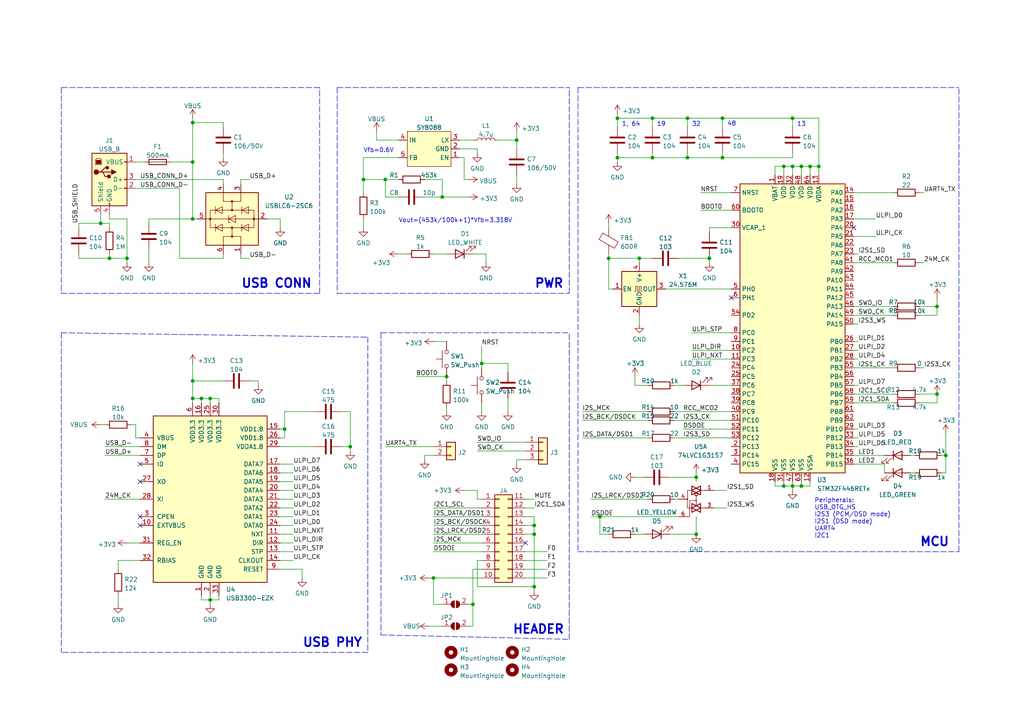
<source format=kicad_sch>
(kicad_sch (version 20211123) (generator eeschema)
  (paper "A4")
  (title_block (title "STM32 UAC2 Audio Bridge") (date "2023-09-09"))
  (junction (at 173.99 149.86))
  (junction (at 229.87 34.29))
  (junction (at 185.42 74.93))
  (junction (at 128.27 57.15))
  (junction (at 229.87 140.97))
  (junction (at 227.33 48.26))
  (junction (at 189.23 34.29))
  (junction (at 176.53 74.93))
  (junction (at 227.33 140.97))
  (junction (at 271.78 88.9))
  (junction (at 55.88 115.57))
  (junction (at 154.94 170.18))
  (junction (at 229.87 48.26))
  (junction (at 209.55 34.29))
  (junction (at 60.96 115.57))
  (junction (at 274.32 132.08))
  (junction (at 232.41 48.26))
  (junction (at 189.23 45.72))
  (junction (at 149.86 40.64))
  (junction (at 271.78 114.3))
  (junction (at 232.41 140.97))
  (junction (at 179.07 34.29))
  (junction (at 111.76 52.07))
  (junction (at 55.88 63.5))
  (junction (at 101.6 129.54))
  (junction (at 237.49 48.26))
  (junction (at 82.55 124.46))
  (junction (at 129.54 109.22))
  (junction (at 105.41 52.07))
  (junction (at 55.88 110.49))
  (junction (at 154.94 154.94))
  (junction (at 29.21 64.77))
  (junction (at 154.94 152.4))
  (junction (at 234.95 48.26))
  (junction (at 55.88 46.99))
  (junction (at 179.07 45.72))
  (junction (at 55.88 35.56))
  (junction (at 137.16 175.26))
  (junction (at 205.74 74.93))
  (junction (at 199.39 45.72))
  (junction (at 199.39 34.29))
  (junction (at 201.93 154.94))
  (junction (at 125.73 167.64))
  (junction (at 31.75 74.93))
  (junction (at 58.42 115.57))
  (junction (at 201.93 138.43))
  (junction (at 209.55 45.72))
  (junction (at 36.83 74.93))
  (junction (at 60.96 173.99))
  (junction (at 139.7 105.41))
  (no_connect (at 40.64 139.7))
  (no_connect (at 40.64 134.62))
  (no_connect (at 152.4 157.48))
  (no_connect (at 247.65 66.04))
  (no_connect (at 212.09 86.36))
  (no_connect (at 40.64 149.86))
  (no_connect (at 40.64 152.4))
  (wire (pts (xy 101.6 119.38) (xy 99.06 119.38)))
  (polyline (pts (xy 165.1 85.09) (xy 165.1 25.4)))
  (wire (pts (xy 139.7 162.56) (xy 138.43 162.56)))
  (wire (pts (xy 168.91 127) (xy 187.96 127)))
  (wire (pts (xy 128.27 57.15) (xy 135.89 57.15)))
  (wire (pts (xy 30.48 132.08) (xy 40.64 132.08)))
  (wire (pts (xy 81.28 162.56) (xy 85.09 162.56)))
  (wire (pts (xy 55.88 34.29) (xy 55.88 35.56)))
  (wire (pts (xy 199.39 45.72) (xy 189.23 45.72)))
  (wire (pts (xy 179.07 34.29) (xy 189.23 34.29)))
  (wire (pts (xy 179.07 36.83) (xy 179.07 34.29)))
  (wire (pts (xy 38.1 123.19) (xy 39.37 123.19)))
  (wire (pts (xy 247.65 116.84) (xy 259.08 116.84)))
  (wire (pts (xy 40.64 162.56) (xy 34.29 162.56)))
  (wire (pts (xy 195.58 111.76) (xy 198.12 111.76)))
  (wire (pts (xy 123.19 52.07) (xy 128.27 52.07)))
  (wire (pts (xy 271.78 86.36) (xy 271.78 88.9)))
  (wire (pts (xy 247.65 55.88) (xy 259.08 55.88)))
  (wire (pts (xy 195.58 144.78) (xy 196.85 144.78)))
  (wire (pts (xy 125.73 99.06) (xy 129.54 99.06)))
  (wire (pts (xy 247.65 68.58) (xy 254 68.58)))
  (wire (pts (xy 139.7 105.41) (xy 139.7 106.68)))
  (wire (pts (xy 232.41 140.97) (xy 234.95 140.97)))
  (wire (pts (xy 123.19 132.08) (xy 125.73 132.08)))
  (wire (pts (xy 39.37 127) (xy 40.64 127)))
  (wire (pts (xy 85.09 147.32) (xy 81.28 147.32)))
  (wire (pts (xy 125.73 167.64) (xy 139.7 167.64)))
  (wire (pts (xy 168.91 119.38) (xy 187.96 119.38)))
  (wire (pts (xy 152.4 144.78) (xy 154.94 144.78)))
  (wire (pts (xy 227.33 48.26) (xy 229.87 48.26)))
  (wire (pts (xy 158.75 167.64) (xy 152.4 167.64)))
  (wire (pts (xy 227.33 140.97) (xy 229.87 140.97)))
  (wire (pts (xy 179.07 45.72) (xy 179.07 46.99)))
  (wire (pts (xy 193.04 83.82) (xy 212.09 83.82)))
  (wire (pts (xy 205.74 67.31) (xy 205.74 66.04)))
  (wire (pts (xy 147.32 107.95) (xy 147.32 105.41)))
  (wire (pts (xy 152.4 152.4) (xy 154.94 152.4)))
  (wire (pts (xy 149.86 38.1) (xy 149.86 40.64)))
  (wire (pts (xy 199.39 44.45) (xy 199.39 45.72)))
  (wire (pts (xy 264.16 137.16) (xy 265.43 137.16)))
  (wire (pts (xy 200.66 96.52) (xy 212.09 96.52)))
  (wire (pts (xy 34.29 162.56) (xy 34.29 165.1)))
  (wire (pts (xy 91.44 119.38) (xy 82.55 119.38)))
  (wire (pts (xy 52.07 54.61) (xy 52.07 74.93)))
  (polyline (pts (xy 165.1 185.42) (xy 165.1 96.52)))
  (wire (pts (xy 247.65 124.46) (xy 248.92 124.46)))
  (wire (pts (xy 133.35 40.64) (xy 137.16 40.64)))
  (wire (pts (xy 36.83 157.48) (xy 40.64 157.48)))
  (wire (pts (xy 137.16 181.61) (xy 137.16 175.26)))
  (wire (pts (xy 247.65 134.62) (xy 256.54 134.62)))
  (wire (pts (xy 149.86 40.64) (xy 144.78 40.64)))
  (wire (pts (xy 185.42 74.93) (xy 185.42 76.2)))
  (wire (pts (xy 31.75 66.04) (xy 31.75 64.77)))
  (polyline (pts (xy 92.71 85.09) (xy 92.71 25.4)))
  (wire (pts (xy 128.27 175.26) (xy 125.73 175.26)))
  (wire (pts (xy 266.7 116.84) (xy 271.78 116.84)))
  (wire (pts (xy 176.53 154.94) (xy 173.99 154.94)))
  (wire (pts (xy 227.33 48.26) (xy 227.33 50.8)))
  (wire (pts (xy 22.86 66.04) (xy 22.86 64.77)))
  (wire (pts (xy 138.43 142.24) (xy 134.62 142.24)))
  (wire (pts (xy 264.16 132.08) (xy 265.43 132.08)))
  (wire (pts (xy 247.65 93.98) (xy 248.92 93.98)))
  (wire (pts (xy 234.95 48.26) (xy 234.95 50.8)))
  (wire (pts (xy 63.5 115.57) (xy 63.5 116.84)))
  (wire (pts (xy 176.53 64.77) (xy 176.53 66.04)))
  (wire (pts (xy 247.65 114.3) (xy 259.08 114.3)))
  (wire (pts (xy 55.88 105.41) (xy 55.88 110.49)))
  (wire (pts (xy 138.43 44.45) (xy 138.43 43.18)))
  (wire (pts (xy 64.77 74.93) (xy 64.77 73.66)))
  (wire (pts (xy 237.49 48.26) (xy 237.49 50.8)))
  (wire (pts (xy 69.85 52.07) (xy 72.39 52.07)))
  (wire (pts (xy 185.42 91.44) (xy 185.42 93.98)))
  (wire (pts (xy 247.65 104.14) (xy 248.92 104.14)))
  (wire (pts (xy 138.43 144.78) (xy 138.43 142.24)))
  (polyline (pts (xy 110.49 96.52) (xy 110.49 184.15)))
  (wire (pts (xy 43.18 64.77) (xy 43.18 63.5)))
  (wire (pts (xy 135.89 175.26) (xy 137.16 175.26)))
  (wire (pts (xy 39.37 54.61) (xy 52.07 54.61)))
  (wire (pts (xy 247.65 76.2) (xy 259.08 76.2)))
  (wire (pts (xy 69.85 53.34) (xy 69.85 52.07)))
  (wire (pts (xy 64.77 36.83) (xy 64.77 35.56)))
  (wire (pts (xy 229.87 48.26) (xy 229.87 50.8)))
  (wire (pts (xy 273.05 137.16) (xy 274.32 137.16)))
  (wire (pts (xy 60.96 172.72) (xy 60.96 173.99)))
  (wire (pts (xy 266.7 88.9) (xy 271.78 88.9)))
  (wire (pts (xy 149.86 134.62) (xy 149.86 133.35)))
  (wire (pts (xy 125.73 157.48) (xy 139.7 157.48)))
  (wire (pts (xy 224.79 48.26) (xy 227.33 48.26)))
  (wire (pts (xy 55.88 116.84) (xy 55.88 115.57)))
  (polyline (pts (xy 167.64 25.4) (xy 278.13 25.4)))
  (wire (pts (xy 189.23 34.29) (xy 189.23 36.83)))
  (wire (pts (xy 199.39 34.29) (xy 209.55 34.29)))
  (wire (pts (xy 168.91 121.92) (xy 187.96 121.92)))
  (wire (pts (xy 229.87 34.29) (xy 229.87 36.83)))
  (wire (pts (xy 105.41 52.07) (xy 105.41 55.88)))
  (wire (pts (xy 158.75 160.02) (xy 152.4 160.02)))
  (wire (pts (xy 158.75 165.1) (xy 152.4 165.1)))
  (wire (pts (xy 177.8 83.82) (xy 176.53 83.82)))
  (wire (pts (xy 85.09 142.24) (xy 81.28 142.24)))
  (wire (pts (xy 194.31 138.43) (xy 201.93 138.43)))
  (wire (pts (xy 60.96 115.57) (xy 60.96 116.84)))
  (wire (pts (xy 201.93 137.16) (xy 201.93 138.43)))
  (wire (pts (xy 55.88 110.49) (xy 64.77 110.49)))
  (wire (pts (xy 247.65 106.68) (xy 259.08 106.68)))
  (wire (pts (xy 247.65 111.76) (xy 248.92 111.76)))
  (wire (pts (xy 247.65 73.66) (xy 248.92 73.66)))
  (wire (pts (xy 198.12 124.46) (xy 212.09 124.46)))
  (wire (pts (xy 229.87 140.97) (xy 229.87 142.24)))
  (wire (pts (xy 31.75 73.66) (xy 31.75 74.93)))
  (wire (pts (xy 140.97 73.66) (xy 137.16 73.66)))
  (wire (pts (xy 266.7 76.2) (xy 267.97 76.2)))
  (polyline (pts (xy 110.49 184.15) (xy 165.1 185.42)))
  (wire (pts (xy 184.15 111.76) (xy 187.96 111.76)))
  (wire (pts (xy 36.83 63.5) (xy 36.83 74.93)))
  (wire (pts (xy 224.79 50.8) (xy 224.79 48.26)))
  (wire (pts (xy 81.28 165.1) (xy 87.63 165.1)))
  (wire (pts (xy 203.2 60.96) (xy 212.09 60.96)))
  (wire (pts (xy 125.73 167.64) (xy 124.46 167.64)))
  (wire (pts (xy 232.41 139.7) (xy 232.41 140.97)))
  (wire (pts (xy 55.88 63.5) (xy 55.88 46.99)))
  (polyline (pts (xy 167.64 25.4) (xy 167.64 160.02)))
  (polyline (pts (xy 106.68 189.23) (xy 17.78 189.23)))
  (wire (pts (xy 109.22 38.1) (xy 109.22 40.64)))
  (wire (pts (xy 125.73 160.02) (xy 139.7 160.02)))
  (wire (pts (xy 138.43 43.18) (xy 133.35 43.18)))
  (polyline (pts (xy 110.49 96.52) (xy 165.1 96.52)))
  (wire (pts (xy 138.43 170.18) (xy 154.94 170.18)))
  (wire (pts (xy 55.88 46.99) (xy 49.53 46.99)))
  (wire (pts (xy 237.49 34.29) (xy 237.49 48.26)))
  (wire (pts (xy 31.75 63.5) (xy 36.83 63.5)))
  (wire (pts (xy 115.57 73.66) (xy 118.11 73.66)))
  (wire (pts (xy 234.95 140.97) (xy 234.95 139.7)))
  (wire (pts (xy 85.09 137.16) (xy 81.28 137.16)))
  (wire (pts (xy 87.63 167.64) (xy 87.63 165.1)))
  (wire (pts (xy 111.76 129.54) (xy 125.73 129.54)))
  (wire (pts (xy 81.28 160.02) (xy 85.09 160.02)))
  (wire (pts (xy 200.66 101.6) (xy 212.09 101.6)))
  (wire (pts (xy 60.96 115.57) (xy 63.5 115.57)))
  (wire (pts (xy 266.7 106.68) (xy 267.97 106.68)))
  (wire (pts (xy 105.41 52.07) (xy 111.76 52.07)))
  (wire (pts (xy 147.32 105.41) (xy 139.7 105.41)))
  (wire (pts (xy 203.2 55.88) (xy 212.09 55.88)))
  (wire (pts (xy 69.85 73.66) (xy 69.85 74.93)))
  (wire (pts (xy 179.07 33.02) (xy 179.07 34.29)))
  (wire (pts (xy 229.87 48.26) (xy 232.41 48.26)))
  (wire (pts (xy 30.48 144.78) (xy 40.64 144.78)))
  (wire (pts (xy 266.7 114.3) (xy 271.78 114.3)))
  (wire (pts (xy 179.07 45.72) (xy 179.07 44.45)))
  (wire (pts (xy 234.95 48.26) (xy 237.49 48.26)))
  (wire (pts (xy 200.66 104.14) (xy 212.09 104.14)))
  (wire (pts (xy 274.32 125.73) (xy 274.32 132.08)))
  (wire (pts (xy 201.93 138.43) (xy 201.93 139.7)))
  (wire (pts (xy 205.74 66.04) (xy 212.09 66.04)))
  (wire (pts (xy 125.73 147.32) (xy 139.7 147.32)))
  (wire (pts (xy 105.41 45.72) (xy 105.41 52.07)))
  (wire (pts (xy 55.88 110.49) (xy 55.88 115.57)))
  (wire (pts (xy 266.7 55.88) (xy 267.97 55.88)))
  (polyline (pts (xy 106.68 97.79) (xy 106.68 189.23)))
  (wire (pts (xy 205.74 111.76) (xy 212.09 111.76)))
  (wire (pts (xy 171.45 149.86) (xy 173.99 149.86)))
  (wire (pts (xy 229.87 44.45) (xy 229.87 45.72)))
  (wire (pts (xy 129.54 118.11) (xy 129.54 119.38)))
  (wire (pts (xy 134.62 45.72) (xy 133.35 45.72)))
  (wire (pts (xy 22.86 73.66) (xy 22.86 74.93)))
  (wire (pts (xy 227.33 139.7) (xy 227.33 140.97)))
  (wire (pts (xy 189.23 34.29) (xy 199.39 34.29)))
  (wire (pts (xy 81.28 152.4) (xy 85.09 152.4)))
  (wire (pts (xy 34.29 172.72) (xy 34.29 175.26)))
  (wire (pts (xy 207.01 147.32) (xy 210.82 147.32)))
  (wire (pts (xy 152.4 149.86) (xy 154.94 149.86)))
  (wire (pts (xy 232.41 48.26) (xy 234.95 48.26)))
  (wire (pts (xy 194.31 154.94) (xy 201.93 154.94)))
  (wire (pts (xy 139.7 116.84) (xy 139.7 119.38)))
  (wire (pts (xy 247.65 129.54) (xy 248.92 129.54)))
  (wire (pts (xy 81.28 127) (xy 82.55 127)))
  (wire (pts (xy 135.89 181.61) (xy 137.16 181.61)))
  (polyline (pts (xy 17.78 25.4) (xy 17.78 85.09)))
  (wire (pts (xy 99.06 129.54) (xy 101.6 129.54)))
  (polyline (pts (xy 97.79 85.09) (xy 165.1 85.09)))
  (wire (pts (xy 207.01 142.24) (xy 210.82 142.24)))
  (wire (pts (xy 22.86 74.93) (xy 31.75 74.93)))
  (wire (pts (xy 39.37 52.07) (xy 64.77 52.07)))
  (wire (pts (xy 82.55 119.38) (xy 82.55 124.46)))
  (polyline (pts (xy 97.79 25.4) (xy 165.1 25.4)))
  (wire (pts (xy 196.85 74.93) (xy 205.74 74.93)))
  (wire (pts (xy 147.32 115.57) (xy 147.32 119.38)))
  (wire (pts (xy 115.57 45.72) (xy 105.41 45.72)))
  (wire (pts (xy 247.65 99.06) (xy 248.92 99.06)))
  (wire (pts (xy 43.18 72.39) (xy 43.18 76.2)))
  (polyline (pts (xy 17.78 96.52) (xy 17.78 189.23)))
  (wire (pts (xy 140.97 76.2) (xy 140.97 73.66)))
  (wire (pts (xy 134.62 52.07) (xy 134.62 45.72)))
  (wire (pts (xy 29.21 123.19) (xy 30.48 123.19)))
  (wire (pts (xy 111.76 57.15) (xy 111.76 52.07)))
  (wire (pts (xy 115.57 57.15) (xy 111.76 57.15)))
  (wire (pts (xy 176.53 83.82) (xy 176.53 74.93)))
  (wire (pts (xy 173.99 149.86) (xy 196.85 149.86)))
  (wire (pts (xy 60.96 173.99) (xy 63.5 173.99)))
  (wire (pts (xy 232.41 48.26) (xy 232.41 50.8)))
  (wire (pts (xy 81.28 63.5) (xy 77.47 63.5)))
  (wire (pts (xy 125.73 175.26) (xy 125.73 167.64)))
  (wire (pts (xy 209.55 44.45) (xy 209.55 45.72)))
  (wire (pts (xy 201.93 149.86) (xy 201.93 154.94)))
  (wire (pts (xy 195.58 127) (xy 212.09 127)))
  (wire (pts (xy 22.86 64.77) (xy 29.21 64.77)))
  (polyline (pts (xy 167.64 160.02) (xy 278.13 160.02)))
  (wire (pts (xy 81.28 157.48) (xy 85.09 157.48)))
  (wire (pts (xy 224.79 139.7) (xy 224.79 140.97)))
  (wire (pts (xy 105.41 63.5) (xy 105.41 66.04)))
  (wire (pts (xy 229.87 139.7) (xy 229.87 140.97)))
  (wire (pts (xy 39.37 46.99) (xy 41.91 46.99)))
  (wire (pts (xy 152.4 154.94) (xy 154.94 154.94)))
  (wire (pts (xy 74.93 111.76) (xy 74.93 110.49)))
  (wire (pts (xy 64.77 52.07) (xy 64.77 53.34)))
  (wire (pts (xy 129.54 109.22) (xy 129.54 110.49)))
  (wire (pts (xy 158.75 162.56) (xy 152.4 162.56)))
  (wire (pts (xy 149.86 50.8) (xy 149.86 53.34)))
  (wire (pts (xy 137.16 165.1) (xy 137.16 175.26)))
  (wire (pts (xy 209.55 34.29) (xy 229.87 34.29)))
  (wire (pts (xy 138.43 144.78) (xy 139.7 144.78)))
  (wire (pts (xy 128.27 181.61) (xy 124.46 181.61)))
  (wire (pts (xy 154.94 171.45) (xy 154.94 170.18)))
  (wire (pts (xy 195.58 121.92) (xy 212.09 121.92)))
  (wire (pts (xy 60.96 173.99) (xy 60.96 175.26)))
  (wire (pts (xy 31.75 62.23) (xy 31.75 63.5)))
  (wire (pts (xy 31.75 74.93) (xy 36.83 74.93)))
  (wire (pts (xy 125.73 149.86) (xy 139.7 149.86)))
  (wire (pts (xy 109.22 40.64) (xy 115.57 40.64)))
  (wire (pts (xy 176.53 73.66) (xy 176.53 74.93)))
  (wire (pts (xy 189.23 45.72) (xy 179.07 45.72)))
  (wire (pts (xy 138.43 130.81) (xy 152.4 130.81)))
  (wire (pts (xy 81.28 66.04) (xy 81.28 63.5)))
  (wire (pts (xy 154.94 149.86) (xy 154.94 152.4)))
  (wire (pts (xy 184.15 154.94) (xy 186.69 154.94)))
  (wire (pts (xy 111.76 52.07) (xy 115.57 52.07)))
  (wire (pts (xy 57.15 63.5) (xy 55.88 63.5)))
  (wire (pts (xy 171.45 144.78) (xy 187.96 144.78)))
  (wire (pts (xy 189.23 44.45) (xy 189.23 45.72)))
  (wire (pts (xy 271.78 114.3) (xy 271.78 116.84)))
  (wire (pts (xy 209.55 34.29) (xy 209.55 36.83)))
  (wire (pts (xy 247.65 132.08) (xy 256.54 132.08)))
  (wire (pts (xy 149.86 43.18) (xy 149.86 40.64)))
  (wire (pts (xy 176.53 74.93) (xy 185.42 74.93)))
  (wire (pts (xy 247.65 127) (xy 248.92 127)))
  (wire (pts (xy 58.42 172.72) (xy 58.42 173.99)))
  (wire (pts (xy 274.32 137.16) (xy 274.32 132.08)))
  (wire (pts (xy 36.83 74.93) (xy 36.83 76.2)))
  (wire (pts (xy 30.48 129.54) (xy 40.64 129.54)))
  (wire (pts (xy 81.28 129.54) (xy 91.44 129.54)))
  (wire (pts (xy 125.73 73.66) (xy 129.54 73.66)))
  (wire (pts (xy 138.43 162.56) (xy 138.43 170.18)))
  (wire (pts (xy 271.78 91.44) (xy 266.7 91.44)))
  (wire (pts (xy 247.65 88.9) (xy 259.08 88.9)))
  (polyline (pts (xy 97.79 25.4) (xy 97.79 85.09)))
  (wire (pts (xy 152.4 147.32) (xy 154.94 147.32)))
  (wire (pts (xy 209.55 45.72) (xy 229.87 45.72)))
  (wire (pts (xy 125.73 154.94) (xy 139.7 154.94)))
  (wire (pts (xy 224.79 140.97) (xy 227.33 140.97)))
  (wire (pts (xy 29.21 64.77) (xy 31.75 64.77)))
  (wire (pts (xy 229.87 140.97) (xy 232.41 140.97)))
  (wire (pts (xy 85.09 134.62) (xy 81.28 134.62)))
  (wire (pts (xy 120.65 109.22) (xy 129.54 109.22)))
  (wire (pts (xy 82.55 127) (xy 82.55 124.46)))
  (wire (pts (xy 125.73 152.4) (xy 139.7 152.4)))
  (wire (pts (xy 199.39 34.29) (xy 199.39 36.83)))
  (wire (pts (xy 55.88 35.56) (xy 55.88 46.99)))
  (wire (pts (xy 58.42 115.57) (xy 58.42 116.84)))
  (wire (pts (xy 128.27 52.07) (xy 128.27 57.15)))
  (wire (pts (xy 256.54 137.16) (xy 256.54 134.62)))
  (wire (pts (xy 69.85 74.93) (xy 72.39 74.93)))
  (wire (pts (xy 63.5 173.99) (xy 63.5 172.72)))
  (wire (pts (xy 173.99 154.94) (xy 173.99 149.86)))
  (wire (pts (xy 185.42 74.93) (xy 189.23 74.93)))
  (polyline (pts (xy 92.71 25.4) (xy 17.78 25.4)))
  (wire (pts (xy 85.09 149.86) (xy 81.28 149.86)))
  (wire (pts (xy 43.18 63.5) (xy 55.88 63.5)))
  (wire (pts (xy 139.7 100.33) (xy 139.7 105.41)))
  (wire (pts (xy 205.74 74.93) (xy 205.74 76.2)))
  (wire (pts (xy 52.07 74.93) (xy 64.77 74.93)))
  (wire (pts (xy 271.78 88.9) (xy 271.78 91.44)))
  (wire (pts (xy 101.6 129.54) (xy 101.6 119.38)))
  (wire (pts (xy 72.39 110.49) (xy 74.93 110.49)))
  (wire (pts (xy 123.19 57.15) (xy 128.27 57.15)))
  (wire (pts (xy 138.43 128.27) (xy 152.4 128.27)))
  (wire (pts (xy 123.19 133.35) (xy 123.19 132.08)))
  (wire (pts (xy 229.87 34.29) (xy 237.49 34.29)))
  (wire (pts (xy 55.88 35.56) (xy 64.77 35.56)))
  (wire (pts (xy 209.55 45.72) (xy 199.39 45.72)))
  (wire (pts (xy 154.94 154.94) (xy 154.94 170.18)))
  (wire (pts (xy 29.21 64.77) (xy 29.21 62.23)))
  (wire (pts (xy 247.65 91.44) (xy 259.08 91.44)))
  (wire (pts (xy 195.58 119.38) (xy 212.09 119.38)))
  (wire (pts (xy 85.09 144.78) (xy 81.28 144.78)))
  (wire (pts (xy 39.37 123.19) (xy 39.37 127)))
  (wire (pts (xy 247.65 101.6) (xy 248.92 101.6)))
  (wire (pts (xy 184.15 138.43) (xy 186.69 138.43)))
  (wire (pts (xy 273.05 132.08) (xy 274.32 132.08)))
  (wire (pts (xy 58.42 173.99) (xy 60.96 173.99)))
  (wire (pts (xy 85.09 139.7) (xy 81.28 139.7)))
  (wire (pts (xy 149.86 133.35) (xy 152.4 133.35)))
  (wire (pts (xy 82.55 124.46) (xy 81.28 124.46)))
  (wire (pts (xy 135.89 52.07) (xy 134.62 52.07)))
  (wire (pts (xy 137.16 165.1) (xy 139.7 165.1)))
  (wire (pts (xy 58.42 115.57) (xy 60.96 115.57)))
  (wire (pts (xy 81.28 154.94) (xy 85.09 154.94)))
  (wire (pts (xy 184.15 109.22) (xy 184.15 111.76)))
  (polyline (pts (xy 278.13 160.02) (xy 278.13 25.4)))
  (wire (pts (xy 247.65 63.5) (xy 254 63.5)))
  (polyline (pts (xy 17.78 85.09) (xy 92.71 85.09)))
  (wire (pts (xy 101.6 130.81) (xy 101.6 129.54)))
  (polyline (pts (xy 17.78 96.52) (xy 106.68 97.79)))
  (wire (pts (xy 154.94 152.4) (xy 154.94 154.94)))
  (wire (pts (xy 64.77 44.45) (xy 64.77 45.72)))
  (wire (pts (xy 55.88 115.57) (xy 58.42 115.57)))
  (text "MCU\n" (at 266.7 158.75 0) (effects (font (size 2.54 2.54) (thickness 0.508) bold) (justify left bottom)))
  (text "HEADER" (at 148.59 184.15 0) (effects (font (size 2.54 2.54) (thickness 0.508) bold) (justify left bottom)))
  (text "Vfb=0.6V" (at 105.41 44.45 0) (effects (font (size 1.27 1.27)) (justify left bottom)))
  (text "48" (at 210.9334 36.7482 0) (effects (font (size 1.27 1.27)) (justify left bottom)))
  (text "13" (at 231.14 36.83 0) (effects (font (size 1.27 1.27)) (justify left bottom)))
  (text "USB CONN" (at 69.85 83.82 0) (effects (font (size 2.54 2.54) (thickness 0.508) bold) (justify left bottom)))
  (text "Peripherals:\nUSB_OTG_HS\nI2S3 (PCM/DSD mode)\nI2S1 (DSD mode)\nUART4 \nI2C1\n" (at 236.22 156.21 0) (effects (font (size 1.27 1.27)) (justify left bottom)))
  (text "1, 64" (at 180.34 36.83 0) (effects (font (size 1.27 1.27)) (justify left bottom)))
  (text "19" (at 190.5 36.83 0) (effects (font (size 1.27 1.27)) (justify left bottom)))
  (text "PWR" (at 154.94 83.82 0) (effects (font (size 2.54 2.54) (thickness 0.508) bold) (justify left bottom)))
  (text "32" (at 200.66 36.83 0) (effects (font (size 1.27 1.27)) (justify left bottom)))
  (text "Vout=(453k/100k+1)*Vfb=3.318V" (at 115.57 64.77 0) (effects (font (size 1.27 1.27)) (justify left bottom)))
  (text "USB PHY\n" (at 87.63 187.96 0) (effects (font (size 2.54 2.54) (thickness 0.508) bold) (justify left bottom)))
  (label "I2S1_SD" (at 210.82 142.24 0))
  (label "ULPI_D6" (at 248.92 129.54 0))
  (label "DSDOE" (at 171.45 149.86 0))
  (label "I2S1_CK" (at 248.92 106.68 0))
  (label "I2S3_SD" (at 198.12 127 0))
  (label "USB_D-" (at 72.39 74.93 0))
  (label "I2S3_CK" (at 198.12 121.92 0))
  (label "RCC_MCO1" (at 248.92 76.2 0))
  (label "ULPI_DIR" (at 85.09 157.48 0))
  (label "SWD_CK" (at 138.43 130.81 0))
  (label "ULPI_D4" (at 248.92 104.14 0))
  (label "F3" (at 158.75 167.64 0))
  (label "MUTE" (at 154.94 144.78 0))
  (label "ULPI_STP" (at 85.09 160.02 0))
  (label "LED1" (at 248.92 132.08 0))
  (label "ULPI_D6" (at 85.09 137.16 0))
  (label "ULPI_NXT" (at 200.66 104.14 0))
  (label "ULPI_CK" (at 254 68.58 0))
  (label "RCC_MCO2" (at 198.12 119.38 0))
  (label "SWD_IO" (at 248.92 88.9 0))
  (label "ULPI_D7" (at 85.09 134.62 0))
  (label "NRST" (at 139.7 100.33 0))
  (label "ULPI_D3" (at 248.92 124.46 0))
  (label "I2C1_SCL" (at 248.92 114.3 0))
  (label "I2S3_CK" (at 267.97 106.68 0))
  (label "USB_CONN_D+" (at 40.64 52.07 0))
  (label "ULPI_D2" (at 85.09 147.32 0))
  (label "ULPI_CK" (at 85.09 162.56 0))
  (label "I2S3_WS" (at 210.82 147.32 0))
  (label "ULPI_D7" (at 248.92 111.76 0))
  (label "I2C1_SDA" (at 154.94 147.32 0))
  (label "USB_D+" (at 72.39 52.07 0))
  (label "F0" (at 158.75 160.02 0))
  (label "ULPI_D5" (at 248.92 127 0))
  (label "ULPI_D0" (at 85.09 152.4 0))
  (label "I2S3_WS" (at 248.92 93.98 0))
  (label "I2S_BCK{slash}DSDCK" (at 125.73 152.4 0))
  (label "I2S_MCK" (at 125.73 157.48 0))
  (label "UART4_TX" (at 111.76 129.54 0))
  (label "24M_CK" (at 30.48 144.78 0))
  (label "F2" (at 158.75 165.1 0))
  (label "ULPI_D5" (at 85.09 139.7 0))
  (label "ULPI_NXT" (at 85.09 154.94 0))
  (label "USB_D+" (at 30.48 132.08 0))
  (label "I2S_LRCK{slash}DSD2" (at 125.73 154.94 0))
  (label "I2S_BCK{slash}DSDCK" (at 168.91 121.92 0))
  (label "UART4_TX" (at 267.97 55.88 0))
  (label "ULPI_D1" (at 248.92 99.06 0))
  (label "ULPI_D2" (at 248.92 101.6 0))
  (label "ULPI_D1" (at 85.09 149.86 0))
  (label "24M_CK" (at 267.97 76.2 0))
  (label "F1" (at 158.75 162.56 0))
  (label "USB_SHIELD" (at 22.86 64.77 90))
  (label "I2C1_SCL" (at 125.73 147.32 0))
  (label "ULPI_D0" (at 254 63.5 0))
  (label "ULPI_DIR" (at 200.66 101.6 0))
  (label "USB_D-" (at 30.48 129.54 0))
  (label "BOOT0" (at 120.65 109.22 0))
  (label "I2S_LRCK{slash}DSD2" (at 171.45 144.78 0))
  (label "ULPI_STP" (at 200.66 96.52 0))
  (label "ULPI_D3" (at 85.09 144.78 0))
  (label "ULPI_D4" (at 85.09 142.24 0))
  (label "I2S_DATA{slash}DSD1" (at 125.73 149.86 0))
  (label "SWD_IO" (at 138.43 128.27 0))
  (label "DSDOE" (at 125.73 160.02 0))
  (label "BOOT0" (at 203.2 60.96 0))
  (label "I2S_MCK" (at 168.91 119.38 0))
  (label "I2S_DATA{slash}DSD1" (at 168.91 127 0))
  (label "I2S1_SD" (at 248.92 73.66 0))
  (label "SWD_CK" (at 248.92 91.44 0))
  (label "DSDOE" (at 198.12 124.46 0))
  (label "I2C1_SDA" (at 248.92 116.84 0))
  (label "USB_CONN_D-" (at 40.64 54.61 0))
  (label "NRST" (at 203.2 55.88 0))
  (label "LED2" (at 248.92 134.62 0))
  (symbol (lib_id "power:GND") (at 36.83 76.2 0) (unit 1)
    (property "Reference" "#PWR015" (effects hide))
    (property "Value" "GND" (at 36.83 80.6434 0))
  )
  (symbol (lib_id "Device:R") (at 262.89 91.44 270) (unit 1)
    (property "Reference" "R8" (at 259.08 90.17 90))
    (property "Value" "10k" (at 266.7 90.17 90))
    (property "Footprint" "Resistor_SMD:R_0603_1608Metric" (effects hide))
  )
  (symbol (lib_id "Device:R") (at 191.77 111.76 270) (unit 1)
    (property "Reference" "R10" (at 187.96 110.49 90))
    (property "Value" "1k" (at 195.58 110.49 90))
    (property "Footprint" "Resistor_SMD:R_0603_1608Metric" (effects hide))
  )
  (symbol (lib_id "power:GND") (at 129.54 119.38 0) (unit 1)
    (property "Reference" "#PWR026" (effects hide))
    (property "Value" "GND" (at 129.54 123.8234 0))
  )
  (symbol (lib_id "power:GND") (at 101.6 130.81 0) (unit 1)
    (property "Reference" "#PWR031" (effects hide))
    (property "Value" "GND" (at 101.6 135.2534 0))
  )
  (symbol (lib_id "Device:C") (at 147.32 111.76 0) (unit 1)
    (property "Reference" "C14" (at 150.241 110.9253 0) (effects (justify left)))
    (property "Value" "104" (at 150.241 113.4622 0) (effects (justify left)))
    (property "Footprint" "Capacitor_SMD:C_0603_1608Metric" (effects hide))
  )
  (symbol (lib_id "power:GND") (at 60.96 175.26 0) (unit 1)
    (property "Reference" "#PWR044" (effects hide))
    (property "Value" "GND" (at 60.96 179.7034 0))
  )
  (symbol (lib_id "Power_Protection:USBLC6-2SC6") (at 67.31 63.5 90) (unit 1)
    (property "Reference" "U2" (at 83.82 57.1531 90))
    (property "Value" "USBLC6-2SC6" (at 83.82 59.69 90))
    (property "Footprint" "Package_TO_SOT_SMD:SOT-23-6" (effects hide))
    (property "Datasheet" "https://www.st.com/resource/en/datasheet/usblc6-2.pdf" (effects hide))
  )
  (symbol (lib_id "power:GND") (at 139.7 119.38 0) (unit 1)
    (property "Reference" "#PWR027" (effects hide))
    (property "Value" "GND" (at 139.7 123.8234 0))
  )
  (symbol (lib_id "power:VBUS") (at 109.22 38.1 0) (unit 1)
    (property "Reference" "#PWR03" (effects hide))
    (property "Value" "VBUS" (at 109.22 34.5242 0))
  )
  (symbol (lib_id "Device:C") (at 64.77 40.64 0) (unit 1)
    (property "Reference" "C1" (at 67.691 39.8053 0) (effects (justify left)))
    (property "Value" "106/50V" (at 67.691 42.3422 0) (effects (justify left)))
    (property "Footprint" "Capacitor_SMD:C_1206_3216Metric" (effects hide))
  )
  (symbol (lib_id "power:GND") (at 184.15 138.43 270) (unit 1)
    (property "Reference" "#PWR035" (effects hide))
    (property "Value" "GND" (at 176.53 138.43 90) (effects (justify left)))
  )
  (symbol (lib_id "Jumper:SolderJumper_2_Open") (at 132.08 181.61 0) (unit 1)
    (property "Reference" "JP2" (at 129.54 179.07 0))
    (property "Value" "SolderJumper_2_Open" (effects hide))
    (property "Footprint" "Jumper:SolderJumper-2_P1.3mm_Open_TrianglePad1.0x1.5mm" (effects hide))
  )
  (symbol (lib_id "Connector_Generic:Conn_01x03") (at 157.48 130.81 0) (unit 1)
    (property "Reference" "J3" (at 159.512 131.2438 0) (effects (justify left)))
    (property "Value" "Conn_01x03" (effects hide))
    (property "Footprint" "Connector_PinHeader_2.54mm:PinHeader_1x03_P2.54mm_Vertical" (effects hide))
  )
  (symbol (lib_id "power:GND") (at 140.97 76.2 0) (unit 1)
    (property "Reference" "#PWR017" (effects hide))
    (property "Value" "GND" (at 140.97 80.6434 0))
  )
  (symbol (lib_id "power:GND") (at 154.94 171.45 0) (unit 1)
    (property "Reference" "#PWR042" (effects hide))
    (property "Value" "GND" (at 154.94 175.8934 0))
  )
  (symbol (lib_id "Mechanical:MountingHole") (at 148.59 189.23 0) (unit 1)
    (property "Reference" "H2" (at 151.13 188.3953 0) (effects (justify left)))
    (property "Value" "MountingHole" (at 151.13 190.9322 0) (effects (justify left)))
    (property "Footprint" "MountingHole:MountingHole_3.2mm_M3" (effects hide))
  )
  (symbol (lib_id "power:+3.3V") (at 134.62 142.24 90) (unit 1)
    (property "Reference" "#PWR036" (effects hide))
    (property "Value" "+3.3V" (at 125.73 142.24 90) (effects (justify right)))
  )
  (symbol (lib_id "Device:R") (at 262.89 88.9 270) (unit 1)
    (property "Reference" "R7" (at 259.08 87.63 90))
    (property "Value" "10k" (at 266.7 87.63 90))
    (property "Footprint" "Resistor_SMD:R_0603_1608Metric" (effects hide))
  )
  (symbol (lib_id "Device:C") (at 209.55 40.64 180) (unit 1)
    (property "Reference" "C5" (at 212.471 39.8053 0) (effects (justify right)))
    (property "Value" "104" (at 212.471 42.3422 0) (effects (justify right)))
    (property "Footprint" "Capacitor_SMD:C_0603_1608Metric" (effects hide))
  )
  (symbol (lib_id "Device:R") (at 34.29 123.19 90) (unit 1)
    (property "Reference" "R16" (at 34.29 118.4742 90))
    (property "Value" "10k" (at 34.29 121.0111 90))
    (property "Footprint" "Resistor_SMD:R_0603_1608Metric" (effects hide))
  )
  (symbol (lib_id "Mechanical:MountingHole") (at 130.81 194.31 0) (unit 1)
    (property "Reference" "H3" (at 133.35 193.4753 0) (effects (justify left)))
    (property "Value" "MountingHole" (at 133.35 196.0122 0) (effects (justify left)))
    (property "Footprint" "MountingHole:MountingHole_3.2mm_M3" (effects hide))
  )
  (symbol (lib_id "power:VBUS") (at 124.46 181.61 90) (unit 1)
    (property "Reference" "#PWR045" (effects hide))
    (property "Value" "VBUS" (at 116.84 181.61 90) (effects (justify right)))
  )
  (symbol (lib_id "power:VBUS") (at 135.89 52.07 270) (unit 1)
    (property "Reference" "#PWR08" (effects hide))
    (property "Value" "VBUS" (at 139.065 52.5038 90) (effects (justify left)))
  )
  (symbol (lib_id "Connector_Generic:Conn_02x10_Top_Bottom") (at 144.78 154.94 0) (unit 1)
    (property "Reference" "J4" (at 146.05 142.3472 0))
    (property "Value" "Conn_02x10_Top_Bottom" (effects hide))
    (property "Footprint" "Connector_PinHeader_2.54mm:PinHeader_2x10_P2.54mm_Vertical" (effects hide))
  )
  (symbol (lib_id "power:GND") (at 149.86 134.62 0) (unit 1)
    (property "Reference" "#PWR033" (effects hide))
    (property "Value" "GND" (at 149.86 139.0634 0))
  )
  (symbol (lib_id "Device:R") (at 129.54 114.3 180) (unit 1)
    (property "Reference" "R11" (at 131.318 113.4653 0) (effects (justify right)))
    (property "Value" "100k" (at 131.318 116.0022 0) (effects (justify right)))
    (property "Footprint" "Resistor_SMD:R_0603_1608Metric" (effects hide))
  )
  (symbol (lib_id "Device:C") (at 119.38 57.15 90) (unit 1)
    (property "Reference" "C8" (at 114.3 55.88 90))
    (property "Value" "10p" (at 124.46 55.88 90))
    (property "Footprint" "Capacitor_SMD:C_0603_1608Metric" (effects hide))
  )
  (symbol (lib_id "Connector_Generic:Conn_01x02") (at 130.81 129.54 0) (unit 1)
    (property "Reference" "J2" (at 132.842 131.2438 0) (effects (justify left)))
    (property "Value" "Conn_01x02" (effects hide))
    (property "Footprint" "Connector_PinHeader_2.54mm:PinHeader_1x02_P2.54mm_Vertical" (effects hide))
  )
  (symbol (lib_id "power:+3.3V") (at 36.83 157.48 90) (unit 1)
    (property "Reference" "#PWR039" (effects hide))
    (property "Value" "+3.3V" (at 33.655 157.9138 90) (effects (justify left)))
  )
  (symbol (lib_id "Device:C") (at 179.07 40.64 180) (unit 1)
    (property "Reference" "C2" (at 181.991 39.8053 0) (effects (justify right)))
    (property "Value" "104" (at 181.991 42.3422 0) (effects (justify right)))
    (property "Footprint" "Capacitor_SMD:C_0603_1608Metric" (effects hide))
  )
  (symbol (lib_id "Device:LED") (at 133.35 73.66 180) (unit 1)
    (property "Reference" "D1" (at 134.9375 67.8012 0))
    (property "Value" "LED_WHITE" (at 134.9375 70.3381 0))
    (property "Footprint" "LED_SMD:LED_0603_1608Metric" (effects hide))
  )
  (symbol (lib_id "power:+3.3V") (at 201.93 137.16 0) (unit 1)
    (property "Reference" "#PWR034" (effects hide))
    (property "Value" "+3.3V" (at 203.327 136.3238 0) (effects (justify left)))
  )
  (symbol (lib_id "Connector:USB_B") (at 31.75 52.07 0) (unit 1)
    (property "Reference" "J1" (at 31.75 40.7502 0))
    (property "Value" "USB_B" (at 31.75 43.2871 0))
    (property "Footprint" "Connector_USB:USB_B_Lumberg_2411_02_Horizontal" (effects hide))
    (property "Datasheet" " ~" (effects hide))
  )
  (symbol (lib_id "Device:R") (at 269.24 137.16 270) (unit 1)
    (property "Reference" "R19" (at 265.43 138.43 90))
    (property "Value" "1k" (at 273.05 138.43 90))
    (property "Footprint" "Resistor_SMD:R_0603_1608Metric" (effects hide))
  )
  (symbol (lib_id "Device:C") (at 149.86 46.99 0) (unit 1)
    (property "Reference" "C7" (at 152.781 46.1553 0) (effects (justify left)))
    (property "Value" "106/50V" (at 152.781 48.6922 0) (effects (justify left)))
    (property "Footprint" "Capacitor_SMD:C_1206_3216Metric" (effects hide))
  )
  (symbol (lib_id "power:GND") (at 123.19 133.35 0) (unit 1)
    (property "Reference" "#PWR032" (effects hide))
    (property "Value" "GND" (at 123.19 137.7934 0))
  )
  (symbol (lib_id "power:GND") (at 185.42 93.98 0) (unit 1)
    (property "Reference" "#PWR020" (effects hide))
    (property "Value" "GND" (at 185.42 98.4234 0))
  )
  (symbol (lib_id "Device:C") (at 95.25 129.54 270) (unit 1)
    (property "Reference" "C16" (at 95.25 123.6812 90))
    (property "Value" "475" (at 95.25 126.2181 90))
    (property "Footprint" "Capacitor_SMD:C_0603_1608Metric" (effects hide))
  )
  (symbol (lib_id "power:GND") (at 87.63 167.64 0) (unit 1)
    (property "Reference" "#PWR040" (effects hide))
    (property "Value" "GND" (at 87.63 172.0834 0))
  )
  (symbol (lib_id "Power_Management:SY8088") (at 130.81 50.8 180) (unit 1)
    (property "Reference" "U1" (at 124.46 34.451 0))
    (property "Value" "SY8088" (at 124.46 36.9879 0))
    (property "Footprint" "Package_TO_SOT_SMD:SOT-23-5" (effects hide))
  )
  (symbol (lib_id "power:+3.3V") (at 149.86 38.1 0) (unit 1)
    (property "Reference" "#PWR04" (effects hide))
    (property "Value" "+3.3V" (at 151.257 37.2638 0) (effects (justify left)))
  )
  (symbol (lib_id "power:VBUS") (at 55.88 34.29 0) (unit 1)
    (property "Reference" "#PWR02" (effects hide))
    (property "Value" "VBUS" (at 55.88 30.7142 0))
  )
  (symbol (lib_id "power:+3.3V") (at 176.53 64.77 0) (unit 1)
    (property "Reference" "#PWR011" (effects hide))
    (property "Value" "+3.3V" (at 177.927 63.9338 0) (effects (justify left)))
  )
  (symbol (lib_id "Device:LED") (at 201.93 111.76 180) (unit 1)
    (property "Reference" "D2" (at 201.93 107.9469 0))
    (property "Value" "LED_BLUE" (at 201.93 105.41 0))
    (property "Footprint" "LED_SMD:LED_0603_1608Metric" (effects hide))
  )
  (symbol (lib_id "Switch:SW_Push") (at 129.54 104.14 90) (unit 1)
    (property "Reference" "SW1" (at 130.683 103.3053 90) (effects (justify right)))
    (property "Value" "SW_Push" (at 130.683 105.8422 90) (effects (justify right)))
    (property "Footprint" "Button_Switch_SMD:SW_Push_SPST_NO_Alps_SKRK" (effects hide))
  )
  (symbol (lib_id "power:+3.3V") (at 179.07 33.02 0) (unit 1)
    (property "Reference" "#PWR01" (effects hide))
    (property "Value" "+3.3V" (at 180.467 32.1838 0) (effects (justify left)))
  )
  (symbol (lib_id "power:GND") (at 149.86 53.34 0) (unit 1)
    (property "Reference" "#PWR09" (effects hide))
    (property "Value" "GND" (at 149.86 57.7834 0))
  )
  (symbol (lib_id "Device:L") (at 140.97 40.64 90) (unit 1)
    (property "Reference" "L1" (at 140.97 36.4322 90))
    (property "Value" "4.7u" (at 140.97 38.9691 90))
    (property "Footprint" "Inductor_SMD:L_Bourns-SRN4018" (effects hide))
  )
  (symbol (lib_id "power:GND") (at 205.74 76.2 0) (unit 1)
    (property "Reference" "#PWR018" (effects hide))
    (property "Value" "GND" (at 205.74 80.6434 0))
  )
  (symbol (lib_id "power:+3.3V") (at 271.78 86.36 0) (unit 1)
    (property "Reference" "#PWR019" (effects hide))
    (property "Value" "+3.3V" (at 269.24 82.55 0) (effects (justify left)))
  )
  (symbol (lib_id "power:GND") (at 74.93 111.76 0) (unit 1)
    (property "Reference" "#PWR024" (effects hide))
    (property "Value" "GND" (at 74.93 116.2034 0))
  )
  (symbol (lib_id "Device:LED") (at 190.5 154.94 180) (unit 1)
    (property "Reference" "D5" (at 190.5 151.1269 0))
    (property "Value" "LED_YELLOW" (at 190.5 148.59 0))
    (property "Footprint" "LED_SMD:LED_0603_1608Metric" (effects hide))
  )
  (symbol (lib_id "Device:R") (at 180.34 154.94 270) (unit 1)
    (property "Reference" "R21" (at 176.53 153.67 90))
    (property "Value" "1k" (at 184.15 153.67 90))
    (property "Footprint" "Resistor_SMD:R_0603_1608Metric" (effects hide))
  )
  (symbol (lib_id "Interface_USB:USB3300-EZK") (at 60.96 144.78 0) (unit 1)
    (property "Reference" "U4" (at 65.5194 170.9404 0) (effects (justify left)))
    (property "Value" "USB3300-EZK" (at 65.5194 173.4773 0) (effects (justify left)))
    (property "Footprint" "Package_DFN_QFN:QFN-32-1EP_5x5mm_P0.5mm_EP3.45x3.45mm" (effects hide))
    (property "Datasheet" "http://ww1.microchip.com/downloads/en/DeviceDoc/00001783C.pdf" (effects hide))
  )
  (symbol (lib_id "power:GND") (at 34.29 175.26 0) (unit 1)
    (property "Reference" "#PWR043" (effects hide))
    (property "Value" "GND" (at 34.29 179.7034 0))
  )
  (symbol (lib_id "Device:R") (at 262.89 55.88 90) (unit 1)
    (property "Reference" "R2" (at 262.89 51.1642 90))
    (property "Value" "22" (at 262.89 53.7011 90))
    (property "Footprint" "Resistor_SMD:R_0603_1608Metric" (effects hide))
  )
  (symbol (lib_id "power:GND") (at 81.28 66.04 0) (unit 1)
    (property "Reference" "#PWR012" (effects hide))
    (property "Value" "GND" (at 81.28 70.4834 0))
  )
  (symbol (lib_id "Device:R") (at 262.89 76.2 90) (unit 1)
    (property "Reference" "R6" (at 262.89 71.4842 90))
    (property "Value" "10" (at 262.89 74.0211 90))
    (property "Footprint" "Resistor_SMD:R_0603_1608Metric" (effects hide))
  )
  (symbol (lib_id "Device:R") (at 262.89 116.84 270) (unit 1)
    (property "Reference" "R13" (at 259.08 118.11 90))
    (property "Value" "4.7k" (at 266.7 118.11 90))
    (property "Footprint" "Resistor_SMD:R_0603_1608Metric" (effects hide))
  )
  (symbol (lib_id "Device:C") (at 193.04 74.93 270) (unit 1)
    (property "Reference" "C12" (at 193.04 69.0712 90))
    (property "Value" "103" (at 193.04 71.6081 90))
    (property "Footprint" "Capacitor_SMD:C_0603_1608Metric" (effects hide))
  )
  (symbol (lib_id "Device:C") (at 22.86 69.85 0) (unit 1)
    (property "Reference" "C10" (at 25.781 69.0153 0) (effects (justify left)))
    (property "Value" "104" (at 25.781 71.5522 0) (effects (justify left)))
    (property "Footprint" "Capacitor_SMD:C_1206_3216Metric" (effects hide))
  )
  (symbol (lib_id "Device:C") (at 229.87 40.64 180) (unit 1)
    (property "Reference" "C6" (at 232.791 39.8053 0) (effects (justify right)))
    (property "Value" "104" (at 232.791 42.3422 0) (effects (justify right)))
    (property "Footprint" "Capacitor_SMD:C_0603_1608Metric" (effects hide))
  )
  (symbol (lib_id "Device:C") (at 199.39 40.64 180) (unit 1)
    (property "Reference" "C4" (at 202.311 39.8053 0) (effects (justify right)))
    (property "Value" "104" (at 202.311 42.3422 0) (effects (justify right)))
    (property "Footprint" "Capacitor_SMD:C_0603_1608Metric" (effects hide))
  )
  (symbol (lib_id "power:+3.3V") (at 55.88 105.41 0) (unit 1)
    (property "Reference" "#PWR022" (effects hide))
    (property "Value" "+3.3V" (at 57.277 104.5738 0) (effects (justify left)))
  )
  (symbol (lib_id "power:GND") (at 43.18 76.2 0) (unit 1)
    (property "Reference" "#PWR016" (effects hide))
    (property "Value" "GND" (at 43.18 80.6434 0))
  )
  (symbol (lib_id "Device:R") (at 262.89 106.68 270) (unit 1)
    (property "Reference" "R9" (at 259.08 105.41 90))
    (property "Value" "0" (at 266.7 105.41 90))
    (property "Footprint" "Resistor_SMD:R_0603_1608Metric" (effects hide))
  )
  (symbol (lib_id "Device:Fuse") (at 45.72 46.99 90) (unit 1)
    (property "Reference" "F1" (at 45.72 42.5282 90))
    (property "Value" "500mA" (at 45.72 45.0651 90))
    (property "Footprint" "Fuse:Fuse_1206_3216Metric" (effects hide))
  )
  (symbol (lib_id "Oscillator:XO32") (at 185.42 83.82 0) (unit 1)
    (property "Reference" "X1" (at 198.12 80.0131 0))
    (property "Value" "24.576M" (at 198.12 82.55 0))
    (property "Footprint" "Crystal:Crystal_SMD_3225-4Pin_3.2x2.5mm" (effects hide))
    (property "Datasheet" "http://cdn-reichelt.de/documents/datenblatt/B400/XO32.pdf" (effects hide))
  )
  (symbol (lib_id "Device:C") (at 43.18 68.58 0) (unit 1)
    (property "Reference" "C9" (at 46.101 67.7453 0) (effects (justify left)))
    (property "Value" "104" (at 46.101 70.2822 0) (effects (justify left)))
    (property "Footprint" "Capacitor_SMD:C_0603_1608Metric" (effects hide))
  )
  (symbol (lib_id "power:GND") (at 147.32 119.38 0) (unit 1)
    (property "Reference" "#PWR028" (effects hide))
    (property "Value" "GND" (at 147.32 123.8234 0))
  )
  (symbol (lib_id "power:VBUS") (at 29.21 123.19 90) (unit 1)
    (property "Reference" "#PWR029" (effects hide))
    (property "Value" "VBUS" (at 20.32 123.19 90) (effects (justify right)))
  )
  (symbol (lib_id "Device:C") (at 95.25 119.38 270) (unit 1)
    (property "Reference" "C15" (at 95.25 113.5212 90))
    (property "Value" "475" (at 95.25 116.0581 90))
    (property "Footprint" "Capacitor_SMD:C_0603_1608Metric" (effects hide))
  )
  (symbol (lib_id "power:+3.3V") (at 125.73 99.06 90) (unit 1)
    (property "Reference" "#PWR021" (effects hide))
    (property "Value" "+3.3V" (at 122.555 99.4938 90) (effects (justify left)))
  )
  (symbol (lib_id "Device:R") (at 191.77 119.38 270) (unit 1)
    (property "Reference" "R14" (at 187.96 118.11 90))
    (property "Value" "10" (at 195.58 118.11 90))
    (property "Footprint" "Resistor_SMD:R_0603_1608Metric" (effects hide))
  )
  (symbol (lib_id "Device:R") (at 191.77 127 270) (unit 1)
    (property "Reference" "R17" (at 187.96 125.73 90))
    (property "Value" "22" (at 195.58 125.73 90))
    (property "Footprint" "Resistor_SMD:R_0603_1608Metric" (effects hide))
  )
  (symbol (lib_id "power:GND") (at 64.77 45.72 0) (unit 1)
    (property "Reference" "#PWR06" (effects hide))
    (property "Value" "GND" (at 64.77 50.1634 0))
  )
  (symbol (lib_id "power:+3.3V") (at 184.15 109.22 0) (unit 1)
    (property "Reference" "#PWR023" (effects hide))
    (property "Value" "+3.3V" (at 181.61 105.41 0) (effects (justify left)))
  )
  (symbol (lib_id "Device:R") (at 269.24 132.08 270) (unit 1)
    (property "Reference" "R18" (at 265.43 130.81 90))
    (property "Value" "1k" (at 273.05 130.81 90))
    (property "Footprint" "Resistor_SMD:R_0603_1608Metric" (effects hide))
  )
  (symbol (lib_id "power:GND") (at 138.43 44.45 0) (unit 1)
    (property "Reference" "#PWR05" (effects hide))
    (property "Value" "GND" (at 138.43 48.8934 0))
  )
  (symbol (lib_id "power:+3.3V") (at 271.78 114.3 0) (unit 1)
    (property "Reference" "#PWR025" (effects hide))
    (property "Value" "+3.3V" (at 269.24 110.49 0) (effects (justify left)))
  )
  (symbol (lib_id "Device:R") (at 31.75 69.85 180) (unit 1)
    (property "Reference" "R4" (at 33.528 69.0153 0) (effects (justify right)))
    (property "Value" "1M" (at 33.528 71.5522 0) (effects (justify right)))
    (property "Footprint" "Resistor_SMD:R_0603_1608Metric" (effects hide))
  )
  (symbol (lib_id "Device:FerriteBead") (at 176.53 69.85 0) (unit 1)
    (property "Reference" "FB1" (at 179.9336 68.9645 0) (effects (justify left)))
    (property "Value" "600R" (at 179.9336 71.5014 0) (effects (justify left)))
    (property "Footprint" "Inductor_SMD:L_0603_1608Metric" (effects hide))
  )
  (symbol (lib_id "Device:R") (at 105.41 59.69 180) (unit 1)
    (property "Reference" "R3" (at 107.188 58.8553 0) (effects (justify right)))
    (property "Value" "100k" (at 107.188 61.3922 0) (effects (justify right)))
    (property "Footprint" "Resistor_SMD:R_0603_1608Metric" (effects hide))
  )
  (symbol (lib_id "Jumper:SolderJumper_2_Open") (at 132.08 175.26 0) (unit 1)
    (property "Reference" "JP1" (at 129.54 172.72 0))
    (property "Value" "SolderJumper_2_Open" (effects hide))
    (property "Footprint" "Jumper:SolderJumper-2_P1.3mm_Open_TrianglePad1.0x1.5mm" (effects hide))
  )
  (symbol (lib_id "Device:C") (at 68.58 110.49 270) (unit 1)
    (property "Reference" "C13" (at 68.58 104.6312 90))
    (property "Value" "104" (at 68.58 107.1681 90))
    (property "Footprint" "Capacitor_SMD:C_0603_1608Metric" (effects hide))
  )
  (symbol (lib_id "power:+3.3V") (at 135.89 57.15 270) (unit 1)
    (property "Reference" "#PWR010" (effects hide))
    (property "Value" "+3.3V" (at 139.065 57.5838 90) (effects (justify left)))
  )
  (symbol (lib_id "power:GND") (at 201.93 154.94 0) (unit 1)
    (property "Reference" "#PWR038" (effects hide))
    (property "Value" "GND" (at 201.93 159.3834 0))
  )
  (symbol (lib_id "Device:R") (at 121.92 73.66 270) (unit 1)
    (property "Reference" "R5" (at 121.92 68.9442 90))
    (property "Value" "1k" (at 121.92 71.4811 90))
    (property "Footprint" "Resistor_SMD:R_0603_1608Metric" (effects hide))
  )
  (symbol (lib_id "Mechanical:MountingHole") (at 130.81 189.23 0) (unit 1)
    (property "Reference" "H1" (at 133.35 188.3953 0) (effects (justify left)))
    (property "Value" "MountingHole" (at 133.35 190.9322 0) (effects (justify left)))
    (property "Footprint" "MountingHole:MountingHole_3.2mm_M3" (effects hide))
  )
  (symbol (lib_id "Device:C") (at 205.74 71.12 180) (unit 1)
    (property "Reference" "C11" (at 208.661 70.2853 0) (effects (justify right)))
    (property "Value" "104" (at 208.661 72.8222 0) (effects (justify right)))
    (property "Footprint" "Capacitor_SMD:C_0603_1608Metric" (effects hide))
  )
  (symbol (lib_id "power:+3.3V") (at 124.46 167.64 90) (unit 1)
    (property "Reference" "#PWR041" (effects hide))
    (property "Value" "+3.3V" (at 115.57 167.64 90) (effects (justify right)))
  )
  (symbol (lib_id "Switch:SW_Push") (at 139.7 111.76 90) (unit 1)
    (property "Reference" "SW2" (at 140.843 110.9253 90) (effects (justify right)))
    (property "Value" "SW_Push" (at 140.843 113.4622 90) (effects (justify right)))
    (property "Footprint" "Button_Switch_SMD:SW_Push_SPST_NO_Alps_SKRK" (effects hide))
  )
  (symbol (lib_id "power:GND") (at 229.87 142.24 0) (unit 1)
    (property "Reference" "#PWR037" (effects hide))
    (property "Value" "GND" (at 229.87 146.6834 0))
  )
  (symbol (lib_id "Device:R") (at 34.29 168.91 180) (unit 1)
    (property "Reference" "R22" (at 36.068 168.0753 0) (effects (justify right)))
    (property "Value" "12k" (at 36.068 170.6122 0) (effects (justify right)))
    (property "Footprint" "Resistor_SMD:R_0603_1608Metric" (effects hide))
  )
  (symbol (lib_id "MCU_ST_STM32F4:STM32F446RETx") (at 229.87 93.98 0) (unit 1)
    (property "Reference" "U3" (at 236.9694 139.1904 0) (effects (justify left)))
    (property "Value" "STM32F446RETx" (at 236.9694 141.7273 0) (effects (justify left)))
    (property "Footprint" "Package_QFP:LQFP-64_10x10mm_P0.5mm" (effects hide))
    (property "Datasheet" "http://www.st.com/st-web-ui/static/active/en/resource/technical/document/datasheet/DM00141306.pdf" (effects hide))
  )
  (symbol (lib_id "Device:LED") (at 260.35 137.16 0) (unit 1)
    (property "Reference" "D4" (at 260.35 140.9731 0))
    (property "Value" "LED_GREEN" (at 260.35 143.51 0))
    (property "Footprint" "LED_SMD:LED_0603_1608Metric" (effects hide))
  )
  (symbol (lib_id "Device:R") (at 262.89 114.3 270) (unit 1)
    (property "Reference" "R12" (at 259.08 113.03 90))
    (property "Value" "4.7k" (at 266.7 113.03 90))
    (property "Footprint" "Resistor_SMD:R_0603_1608Metric" (effects hide))
  )
  (symbol (lib_id "Device:R") (at 191.77 144.78 270) (unit 1)
    (property "Reference" "R20" (at 187.96 143.51 90))
    (property "Value" "10" (at 195.58 143.51 90))
    (property "Footprint" "Resistor_SMD:R_0603_1608Metric" (effects hide))
  )
  (symbol (lib_id "power:+3.3V") (at 115.57 73.66 90) (unit 1)
    (property "Reference" "#PWR014" (effects hide))
    (property "Value" "+3.3V" (at 107.95 76.2 90) (effects (justify right)))
  )
  (symbol (lib_id "Device:R") (at 119.38 52.07 90) (unit 1)
    (property "Reference" "R1" (at 114.3 50.8 90))
    (property "Value" "453k" (at 124.46 50.8 90))
    (property "Footprint" "Resistor_SMD:R_0603_1608Metric" (effects hide))
  )
  (symbol (lib_id "Device:C") (at 189.23 40.64 180) (unit 1)
    (property "Reference" "C3" (at 192.151 39.8053 0) (effects (justify right)))
    (property "Value" "104" (at 192.151 42.3422 0) (effects (justify right)))
    (property "Footprint" "Capacitor_SMD:C_0603_1608Metric" (effects hide))
  )
  (symbol (lib_id "Mechanical:MountingHole") (at 148.59 194.31 0) (unit 1)
    (property "Reference" "H4" (at 151.13 193.4753 0) (effects (justify left)))
    (property "Value" "MountingHole" (at 151.13 196.0122 0) (effects (justify left)))
    (property "Footprint" "MountingHole:MountingHole_3.2mm_M3" (effects hide))
  )
  (symbol (lib_id "Device:C") (at 190.5 138.43 270) (unit 1)
    (property "Reference" "C17" (at 190.5 132.5712 90))
    (property "Value" "103" (at 190.5 135.1081 90))
    (property "Footprint" "Capacitor_SMD:C_0603_1608Metric" (effects hide))
  )
  (symbol (lib_id "power:GND") (at 105.41 66.04 0) (unit 1)
    (property "Reference" "#PWR013" (effects hide))
    (property "Value" "GND" (at 105.41 70.4834 0))
  )
  (symbol (lib_id "power:GND") (at 179.07 46.99 0) (unit 1)
    (property "Reference" "#PWR07" (effects hide))
    (property "Value" "GND" (at 179.07 51.4334 0))
  )
  (symbol (lib_id "Device:R") (at 191.77 121.92 270) (unit 1)
    (property "Reference" "R15" (at 187.96 120.65 90))
    (property "Value" "22" (at 195.58 120.65 90))
    (property "Footprint" "Resistor_SMD:R_0603_1608Metric" (effects hide))
  )
  (symbol (lib_id "Device:LED") (at 260.35 132.08 0) (unit 1)
    (property "Reference" "D3" (at 260.35 125.7331 0))
    (property "Value" "LED_RED" (at 260.35 128.27 0))
    (property "Footprint" "LED_SMD:LED_0603_1608Metric" (effects hide))
  )
  (symbol (lib_id "74xGxx:74LVC1G3157") (at 201.93 144.78 0) (unit 1)
    (property "Reference" "U5" (at 203.2 129.5431 0))
    (property "Value" "74LVC1G3157" (at 203.2 132.08 0))
    (property "Footprint" "Package_TO_SOT_SMD:SOT-363_SC-70-6" (effects hide))
    (property "Datasheet" "http://www.ti.com/lit/sg/scyt129e/scyt129e.pdf" (effects hide))
  )
  (symbol (lib_id "power:+3.3V") (at 274.32 125.73 0) (unit 1)
    (property "Reference" "#PWR030" (effects hide))
    (property "Value" "+3.3V" (at 271.78 121.92 0) (effects (justify left)))
  )
)
</source>
